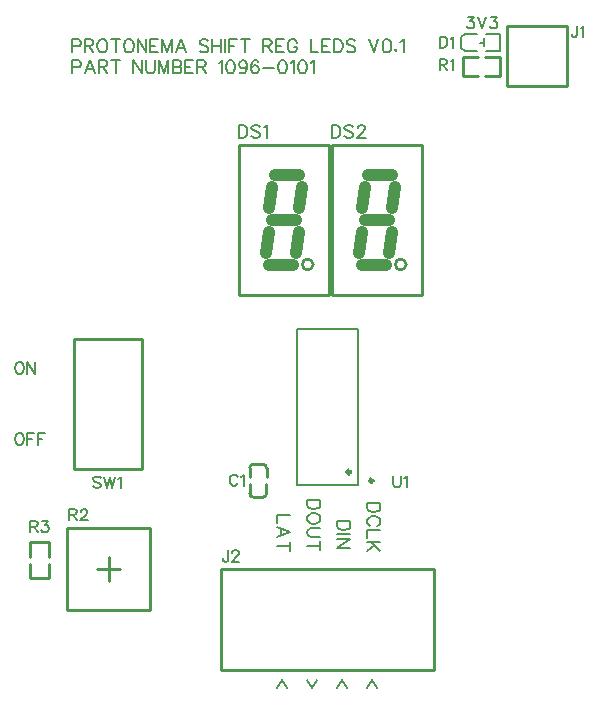
<source format=gto>
G04 Layer: TopSilkscreenLayer*
G04 Panelize: , Column: 2, Row: 2, Board Size: 58.42mm x 58.42mm, Panelized Board Size: 118.84mm x 118.84mm*
G04 EasyEDA v6.5.34, 2023-08-21 18:11:39*
G04 19270923be3647babfd756aece9be4b9,5a6b42c53f6a479593ecc07194224c93,10*
G04 Gerber Generator version 0.2*
G04 Scale: 100 percent, Rotated: No, Reflected: No *
G04 Dimensions in millimeters *
G04 leading zeros omitted , absolute positions ,4 integer and 5 decimal *
%FSLAX45Y45*%
%MOMM*%

%ADD10C,0.1524*%
%ADD11C,0.2540*%
%ADD12C,0.1500*%
%ADD13C,1.0000*%
%ADD14C,0.3000*%
%ADD15C,0.0167*%

%LPD*%
D10*
X762000Y5423915D02*
G01*
X762000Y5314950D01*
X762000Y5423915D02*
G01*
X808736Y5423915D01*
X824229Y5418836D01*
X829563Y5413502D01*
X834644Y5403087D01*
X834644Y5387594D01*
X829563Y5377179D01*
X824229Y5372100D01*
X808736Y5366765D01*
X762000Y5366765D01*
X910589Y5423915D02*
G01*
X868934Y5314950D01*
X910589Y5423915D02*
G01*
X952245Y5314950D01*
X884681Y5351271D02*
G01*
X936497Y5351271D01*
X986536Y5423915D02*
G01*
X986536Y5314950D01*
X986536Y5423915D02*
G01*
X1033271Y5423915D01*
X1048765Y5418836D01*
X1054100Y5413502D01*
X1059179Y5403087D01*
X1059179Y5392673D01*
X1054100Y5382260D01*
X1048765Y5377179D01*
X1033271Y5372100D01*
X986536Y5372100D01*
X1022857Y5372100D02*
G01*
X1059179Y5314950D01*
X1129792Y5423915D02*
G01*
X1129792Y5314950D01*
X1093470Y5423915D02*
G01*
X1166113Y5423915D01*
X1280413Y5423915D02*
G01*
X1280413Y5314950D01*
X1280413Y5423915D02*
G01*
X1353312Y5314950D01*
X1353312Y5423915D02*
G01*
X1353312Y5314950D01*
X1387602Y5423915D02*
G01*
X1387602Y5345937D01*
X1392681Y5330444D01*
X1403095Y5320029D01*
X1418589Y5314950D01*
X1429004Y5314950D01*
X1444752Y5320029D01*
X1455165Y5330444D01*
X1460245Y5345937D01*
X1460245Y5423915D01*
X1494536Y5423915D02*
G01*
X1494536Y5314950D01*
X1494536Y5423915D02*
G01*
X1536192Y5314950D01*
X1577594Y5423915D02*
G01*
X1536192Y5314950D01*
X1577594Y5423915D02*
G01*
X1577594Y5314950D01*
X1611884Y5423915D02*
G01*
X1611884Y5314950D01*
X1611884Y5423915D02*
G01*
X1658620Y5423915D01*
X1674368Y5418836D01*
X1679447Y5413502D01*
X1684781Y5403087D01*
X1684781Y5392673D01*
X1679447Y5382260D01*
X1674368Y5377179D01*
X1658620Y5372100D01*
X1611884Y5372100D02*
G01*
X1658620Y5372100D01*
X1674368Y5366765D01*
X1679447Y5361686D01*
X1684781Y5351271D01*
X1684781Y5335523D01*
X1679447Y5325110D01*
X1674368Y5320029D01*
X1658620Y5314950D01*
X1611884Y5314950D01*
X1719071Y5423915D02*
G01*
X1719071Y5314950D01*
X1719071Y5423915D02*
G01*
X1786636Y5423915D01*
X1719071Y5372100D02*
G01*
X1760473Y5372100D01*
X1719071Y5314950D02*
G01*
X1786636Y5314950D01*
X1820926Y5423915D02*
G01*
X1820926Y5314950D01*
X1820926Y5423915D02*
G01*
X1867662Y5423915D01*
X1883155Y5418836D01*
X1888489Y5413502D01*
X1893570Y5403087D01*
X1893570Y5392673D01*
X1888489Y5382260D01*
X1883155Y5377179D01*
X1867662Y5372100D01*
X1820926Y5372100D01*
X1857247Y5372100D02*
G01*
X1893570Y5314950D01*
X2007870Y5403087D02*
G01*
X2018284Y5408421D01*
X2033777Y5423915D01*
X2033777Y5314950D01*
X2099309Y5423915D02*
G01*
X2083815Y5418836D01*
X2073402Y5403087D01*
X2068068Y5377179D01*
X2068068Y5361686D01*
X2073402Y5335523D01*
X2083815Y5320029D01*
X2099309Y5314950D01*
X2109724Y5314950D01*
X2125218Y5320029D01*
X2135631Y5335523D01*
X2140965Y5361686D01*
X2140965Y5377179D01*
X2135631Y5403087D01*
X2125218Y5418836D01*
X2109724Y5423915D01*
X2099309Y5423915D01*
X2242820Y5387594D02*
G01*
X2237486Y5372100D01*
X2227072Y5361686D01*
X2211577Y5356352D01*
X2206243Y5356352D01*
X2190750Y5361686D01*
X2180336Y5372100D01*
X2175256Y5387594D01*
X2175256Y5392673D01*
X2180336Y5408421D01*
X2190750Y5418836D01*
X2206243Y5423915D01*
X2211577Y5423915D01*
X2227072Y5418836D01*
X2237486Y5408421D01*
X2242820Y5387594D01*
X2242820Y5361686D01*
X2237486Y5335523D01*
X2227072Y5320029D01*
X2211577Y5314950D01*
X2201163Y5314950D01*
X2185670Y5320029D01*
X2180336Y5330444D01*
X2339340Y5408421D02*
G01*
X2334259Y5418836D01*
X2318511Y5423915D01*
X2308097Y5423915D01*
X2292604Y5418836D01*
X2282190Y5403087D01*
X2277109Y5377179D01*
X2277109Y5351271D01*
X2282190Y5330444D01*
X2292604Y5320029D01*
X2308097Y5314950D01*
X2313431Y5314950D01*
X2328925Y5320029D01*
X2339340Y5330444D01*
X2344420Y5345937D01*
X2344420Y5351271D01*
X2339340Y5366765D01*
X2328925Y5377179D01*
X2313431Y5382260D01*
X2308097Y5382260D01*
X2292604Y5377179D01*
X2282190Y5366765D01*
X2277109Y5351271D01*
X2378709Y5361686D02*
G01*
X2472436Y5361686D01*
X2537713Y5423915D02*
G01*
X2522220Y5418836D01*
X2511806Y5403087D01*
X2506725Y5377179D01*
X2506725Y5361686D01*
X2511806Y5335523D01*
X2522220Y5320029D01*
X2537713Y5314950D01*
X2548127Y5314950D01*
X2563875Y5320029D01*
X2574290Y5335523D01*
X2579370Y5361686D01*
X2579370Y5377179D01*
X2574290Y5403087D01*
X2563875Y5418836D01*
X2548127Y5423915D01*
X2537713Y5423915D01*
X2613659Y5403087D02*
G01*
X2624074Y5408421D01*
X2639568Y5423915D01*
X2639568Y5314950D01*
X2705100Y5423915D02*
G01*
X2689606Y5418836D01*
X2679191Y5403087D01*
X2673858Y5377179D01*
X2673858Y5361686D01*
X2679191Y5335523D01*
X2689606Y5320029D01*
X2705100Y5314950D01*
X2715513Y5314950D01*
X2731008Y5320029D01*
X2741422Y5335523D01*
X2746756Y5361686D01*
X2746756Y5377179D01*
X2741422Y5403087D01*
X2731008Y5418836D01*
X2715513Y5423915D01*
X2705100Y5423915D01*
X2781045Y5403087D02*
G01*
X2791459Y5408421D01*
X2806954Y5423915D01*
X2806954Y5314950D01*
X762000Y5601715D02*
G01*
X762000Y5492750D01*
X762000Y5601715D02*
G01*
X808736Y5601715D01*
X824229Y5596636D01*
X829563Y5591302D01*
X834644Y5580887D01*
X834644Y5565394D01*
X829563Y5554979D01*
X824229Y5549900D01*
X808736Y5544565D01*
X762000Y5544565D01*
X868934Y5601715D02*
G01*
X868934Y5492750D01*
X868934Y5601715D02*
G01*
X915670Y5601715D01*
X931418Y5596636D01*
X936497Y5591302D01*
X941831Y5580887D01*
X941831Y5570473D01*
X936497Y5560060D01*
X931418Y5554979D01*
X915670Y5549900D01*
X868934Y5549900D01*
X905510Y5549900D02*
G01*
X941831Y5492750D01*
X1007110Y5601715D02*
G01*
X996950Y5596636D01*
X986536Y5586221D01*
X981202Y5575807D01*
X976121Y5560060D01*
X976121Y5534152D01*
X981202Y5518657D01*
X986536Y5508244D01*
X996950Y5497829D01*
X1007110Y5492750D01*
X1027937Y5492750D01*
X1038352Y5497829D01*
X1048765Y5508244D01*
X1054100Y5518657D01*
X1059179Y5534152D01*
X1059179Y5560060D01*
X1054100Y5575807D01*
X1048765Y5586221D01*
X1038352Y5596636D01*
X1027937Y5601715D01*
X1007110Y5601715D01*
X1129792Y5601715D02*
G01*
X1129792Y5492750D01*
X1093470Y5601715D02*
G01*
X1166113Y5601715D01*
X1231645Y5601715D02*
G01*
X1221231Y5596636D01*
X1210818Y5586221D01*
X1205737Y5575807D01*
X1200404Y5560060D01*
X1200404Y5534152D01*
X1205737Y5518657D01*
X1210818Y5508244D01*
X1221231Y5497829D01*
X1231645Y5492750D01*
X1252473Y5492750D01*
X1262887Y5497829D01*
X1273302Y5508244D01*
X1278381Y5518657D01*
X1283715Y5534152D01*
X1283715Y5560060D01*
X1278381Y5575807D01*
X1273302Y5586221D01*
X1262887Y5596636D01*
X1252473Y5601715D01*
X1231645Y5601715D01*
X1318005Y5601715D02*
G01*
X1318005Y5492750D01*
X1318005Y5601715D02*
G01*
X1390650Y5492750D01*
X1390650Y5601715D02*
G01*
X1390650Y5492750D01*
X1424939Y5601715D02*
G01*
X1424939Y5492750D01*
X1424939Y5601715D02*
G01*
X1492504Y5601715D01*
X1424939Y5549900D02*
G01*
X1466595Y5549900D01*
X1424939Y5492750D02*
G01*
X1492504Y5492750D01*
X1526794Y5601715D02*
G01*
X1526794Y5492750D01*
X1526794Y5601715D02*
G01*
X1568450Y5492750D01*
X1609852Y5601715D02*
G01*
X1568450Y5492750D01*
X1609852Y5601715D02*
G01*
X1609852Y5492750D01*
X1685797Y5601715D02*
G01*
X1644142Y5492750D01*
X1685797Y5601715D02*
G01*
X1727200Y5492750D01*
X1659889Y5529071D02*
G01*
X1711705Y5529071D01*
X1914397Y5586221D02*
G01*
X1903984Y5596636D01*
X1888489Y5601715D01*
X1867662Y5601715D01*
X1851913Y5596636D01*
X1841500Y5586221D01*
X1841500Y5575807D01*
X1846834Y5565394D01*
X1851913Y5560060D01*
X1862328Y5554979D01*
X1893570Y5544565D01*
X1903984Y5539486D01*
X1909063Y5534152D01*
X1914397Y5523737D01*
X1914397Y5508244D01*
X1903984Y5497829D01*
X1888489Y5492750D01*
X1867662Y5492750D01*
X1851913Y5497829D01*
X1841500Y5508244D01*
X1948688Y5601715D02*
G01*
X1948688Y5492750D01*
X2021331Y5601715D02*
G01*
X2021331Y5492750D01*
X1948688Y5549900D02*
G01*
X2021331Y5549900D01*
X2055622Y5601715D02*
G01*
X2055622Y5492750D01*
X2089911Y5601715D02*
G01*
X2089911Y5492750D01*
X2089911Y5601715D02*
G01*
X2157475Y5601715D01*
X2089911Y5549900D02*
G01*
X2131568Y5549900D01*
X2228088Y5601715D02*
G01*
X2228088Y5492750D01*
X2191765Y5601715D02*
G01*
X2264409Y5601715D01*
X2378709Y5601715D02*
G01*
X2378709Y5492750D01*
X2378709Y5601715D02*
G01*
X2425700Y5601715D01*
X2441193Y5596636D01*
X2446274Y5591302D01*
X2451608Y5580887D01*
X2451608Y5570473D01*
X2446274Y5560060D01*
X2441193Y5554979D01*
X2425700Y5549900D01*
X2378709Y5549900D01*
X2415286Y5549900D02*
G01*
X2451608Y5492750D01*
X2485897Y5601715D02*
G01*
X2485897Y5492750D01*
X2485897Y5601715D02*
G01*
X2553461Y5601715D01*
X2485897Y5549900D02*
G01*
X2527300Y5549900D01*
X2485897Y5492750D02*
G01*
X2553461Y5492750D01*
X2665729Y5575807D02*
G01*
X2660395Y5586221D01*
X2649981Y5596636D01*
X2639568Y5601715D01*
X2618740Y5601715D01*
X2608579Y5596636D01*
X2598165Y5586221D01*
X2592831Y5575807D01*
X2587752Y5560060D01*
X2587752Y5534152D01*
X2592831Y5518657D01*
X2598165Y5508244D01*
X2608579Y5497829D01*
X2618740Y5492750D01*
X2639568Y5492750D01*
X2649981Y5497829D01*
X2660395Y5508244D01*
X2665729Y5518657D01*
X2665729Y5534152D01*
X2639568Y5534152D02*
G01*
X2665729Y5534152D01*
X2780029Y5601715D02*
G01*
X2780029Y5492750D01*
X2780029Y5492750D02*
G01*
X2842259Y5492750D01*
X2876550Y5601715D02*
G01*
X2876550Y5492750D01*
X2876550Y5601715D02*
G01*
X2944113Y5601715D01*
X2876550Y5549900D02*
G01*
X2918206Y5549900D01*
X2876550Y5492750D02*
G01*
X2944113Y5492750D01*
X2978404Y5601715D02*
G01*
X2978404Y5492750D01*
X2978404Y5601715D02*
G01*
X3014725Y5601715D01*
X3030220Y5596636D01*
X3040634Y5586221D01*
X3045968Y5575807D01*
X3051047Y5560060D01*
X3051047Y5534152D01*
X3045968Y5518657D01*
X3040634Y5508244D01*
X3030220Y5497829D01*
X3014725Y5492750D01*
X2978404Y5492750D01*
X3158236Y5586221D02*
G01*
X3147822Y5596636D01*
X3132074Y5601715D01*
X3111500Y5601715D01*
X3095752Y5596636D01*
X3085338Y5586221D01*
X3085338Y5575807D01*
X3090672Y5565394D01*
X3095752Y5560060D01*
X3106165Y5554979D01*
X3137408Y5544565D01*
X3147822Y5539486D01*
X3152902Y5534152D01*
X3158236Y5523737D01*
X3158236Y5508244D01*
X3147822Y5497829D01*
X3132074Y5492750D01*
X3111500Y5492750D01*
X3095752Y5497829D01*
X3085338Y5508244D01*
X3272536Y5601715D02*
G01*
X3313938Y5492750D01*
X3355593Y5601715D02*
G01*
X3313938Y5492750D01*
X3421125Y5601715D02*
G01*
X3405377Y5596636D01*
X3394963Y5580887D01*
X3389884Y5554979D01*
X3389884Y5539486D01*
X3394963Y5513323D01*
X3405377Y5497829D01*
X3421125Y5492750D01*
X3431540Y5492750D01*
X3447034Y5497829D01*
X3457447Y5513323D01*
X3462527Y5539486D01*
X3462527Y5554979D01*
X3457447Y5580887D01*
X3447034Y5596636D01*
X3431540Y5601715D01*
X3421125Y5601715D01*
X3502152Y5518657D02*
G01*
X3496818Y5513323D01*
X3502152Y5508244D01*
X3507231Y5513323D01*
X3502152Y5518657D01*
X3541522Y5580887D02*
G01*
X3551936Y5586221D01*
X3567429Y5601715D01*
X3567429Y5492750D01*
X2082304Y1276474D02*
G01*
X2082304Y1203827D01*
X2077732Y1190111D01*
X2073160Y1185542D01*
X2064016Y1180967D01*
X2055126Y1180967D01*
X2045982Y1185542D01*
X2041410Y1190111D01*
X2036838Y1203827D01*
X2036838Y1212974D01*
X2116848Y1253865D02*
G01*
X2116848Y1258440D01*
X2121420Y1267327D01*
X2125992Y1271899D01*
X2135136Y1276474D01*
X2153170Y1276474D01*
X2162314Y1271899D01*
X2166886Y1267327D01*
X2171458Y1258440D01*
X2171458Y1249296D01*
X2166886Y1240149D01*
X2157742Y1226433D01*
X2112276Y1180967D01*
X2176030Y1180967D01*
X3372350Y1676397D02*
G01*
X3257796Y1676397D01*
X3372350Y1676397D02*
G01*
X3372350Y1638297D01*
X3366762Y1621787D01*
X3355840Y1610865D01*
X3344918Y1605531D01*
X3328662Y1599943D01*
X3301484Y1599943D01*
X3284974Y1605531D01*
X3274052Y1610865D01*
X3263130Y1621787D01*
X3257796Y1638297D01*
X3257796Y1676397D01*
X3344918Y1482341D02*
G01*
X3355840Y1487675D01*
X3366762Y1498597D01*
X3372350Y1509519D01*
X3372350Y1531363D01*
X3366762Y1542285D01*
X3355840Y1553207D01*
X3344918Y1558541D01*
X3328662Y1564129D01*
X3301484Y1564129D01*
X3284974Y1558541D01*
X3274052Y1553207D01*
X3263130Y1542285D01*
X3257796Y1531363D01*
X3257796Y1509519D01*
X3263130Y1498597D01*
X3274052Y1487675D01*
X3284974Y1482341D01*
X3372350Y1446273D02*
G01*
X3257796Y1446273D01*
X3257796Y1446273D02*
G01*
X3257796Y1380741D01*
X3372350Y1344673D02*
G01*
X3257796Y1344673D01*
X3372350Y1268473D02*
G01*
X3295896Y1344673D01*
X3323074Y1317495D02*
G01*
X3257796Y1268473D01*
X2610352Y1574797D02*
G01*
X2495798Y1574797D01*
X2495798Y1574797D02*
G01*
X2495798Y1509265D01*
X2610352Y1429763D02*
G01*
X2495798Y1473451D01*
X2610352Y1429763D02*
G01*
X2495798Y1386075D01*
X2533898Y1456941D02*
G01*
X2533898Y1402331D01*
X2610352Y1311907D02*
G01*
X2495798Y1311907D01*
X2610352Y1350007D02*
G01*
X2610352Y1273807D01*
X3118358Y1524000D02*
G01*
X3003804Y1524000D01*
X3118358Y1524000D02*
G01*
X3118358Y1485900D01*
X3112770Y1469389D01*
X3101847Y1458468D01*
X3090925Y1453134D01*
X3074670Y1447545D01*
X3047491Y1447545D01*
X3030981Y1453134D01*
X3020059Y1458468D01*
X3009138Y1469389D01*
X3003804Y1485900D01*
X3003804Y1524000D01*
X3118358Y1411731D02*
G01*
X3003804Y1411731D01*
X3118358Y1375663D02*
G01*
X3003804Y1375663D01*
X3118358Y1375663D02*
G01*
X3003804Y1299210D01*
X3118358Y1299210D02*
G01*
X3003804Y1299210D01*
X2864352Y1701797D02*
G01*
X2749798Y1701797D01*
X2864352Y1701797D02*
G01*
X2864352Y1663697D01*
X2858764Y1647187D01*
X2847842Y1636265D01*
X2836920Y1630931D01*
X2820664Y1625343D01*
X2793486Y1625343D01*
X2776976Y1630931D01*
X2766054Y1636265D01*
X2755132Y1647187D01*
X2749798Y1663697D01*
X2749798Y1701797D01*
X2864352Y1556763D02*
G01*
X2858764Y1567685D01*
X2847842Y1578607D01*
X2836920Y1583941D01*
X2820664Y1589529D01*
X2793486Y1589529D01*
X2776976Y1583941D01*
X2766054Y1578607D01*
X2755132Y1567685D01*
X2749798Y1556763D01*
X2749798Y1534919D01*
X2755132Y1523997D01*
X2766054Y1513075D01*
X2776976Y1507741D01*
X2793486Y1502153D01*
X2820664Y1502153D01*
X2836920Y1507741D01*
X2847842Y1513075D01*
X2858764Y1523997D01*
X2864352Y1534919D01*
X2864352Y1556763D01*
X2864352Y1466085D02*
G01*
X2782564Y1466085D01*
X2766054Y1460751D01*
X2755132Y1449829D01*
X2749798Y1433319D01*
X2749798Y1422651D01*
X2755132Y1406141D01*
X2766054Y1395219D01*
X2782564Y1389885D01*
X2864352Y1389885D01*
X2864352Y1315717D02*
G01*
X2749798Y1315717D01*
X2864352Y1353817D02*
G01*
X2864352Y1277363D01*
X2832963Y181305D02*
G01*
X2792069Y108661D01*
X2751175Y181305D01*
X3086966Y108612D02*
G01*
X3046072Y181510D01*
X3005178Y108612D01*
X3340966Y108612D02*
G01*
X3300072Y181510D01*
X3259178Y108612D01*
X2578966Y108612D02*
G01*
X2538072Y181510D01*
X2497178Y108612D01*
X5036565Y5714237D02*
G01*
X5036565Y5641594D01*
X5031993Y5627878D01*
X5027424Y5623305D01*
X5018277Y5618734D01*
X5009390Y5618734D01*
X5000243Y5623305D01*
X4995674Y5627878D01*
X4991105Y5641594D01*
X4991105Y5650737D01*
X5066540Y5696204D02*
G01*
X5075681Y5700776D01*
X5089397Y5714237D01*
X5089397Y5618734D01*
X4111243Y5790437D02*
G01*
X4161281Y5790437D01*
X4133850Y5754115D01*
X4147565Y5754115D01*
X4156709Y5749544D01*
X4161281Y5744971D01*
X4165854Y5731510D01*
X4165854Y5722365D01*
X4161281Y5708650D01*
X4152138Y5699505D01*
X4138422Y5694934D01*
X4124706Y5694934D01*
X4111243Y5699505D01*
X4106672Y5704078D01*
X4102100Y5713221D01*
X4195825Y5790437D02*
G01*
X4232147Y5694934D01*
X4268470Y5790437D02*
G01*
X4232147Y5694934D01*
X4307586Y5790437D02*
G01*
X4357624Y5790437D01*
X4330191Y5754115D01*
X4343908Y5754115D01*
X4353052Y5749544D01*
X4357624Y5744971D01*
X4362195Y5731510D01*
X4362195Y5722365D01*
X4357624Y5708650D01*
X4348479Y5699505D01*
X4334763Y5694934D01*
X4321302Y5694934D01*
X4307586Y5699505D01*
X4303013Y5704078D01*
X4298441Y5713221D01*
X1003498Y1885967D02*
G01*
X994354Y1894857D01*
X980638Y1899429D01*
X962604Y1899429D01*
X948888Y1894857D01*
X939744Y1885967D01*
X939744Y1876823D01*
X944316Y1867679D01*
X948888Y1863107D01*
X958032Y1858535D01*
X985210Y1849391D01*
X994354Y1845073D01*
X998926Y1840501D01*
X1003498Y1831357D01*
X1003498Y1817641D01*
X994354Y1808497D01*
X980638Y1803925D01*
X962604Y1803925D01*
X948888Y1808497D01*
X939744Y1817641D01*
X1033470Y1899429D02*
G01*
X1056076Y1803925D01*
X1078936Y1899429D02*
G01*
X1056076Y1803925D01*
X1078936Y1899429D02*
G01*
X1101542Y1803925D01*
X1124402Y1899429D02*
G01*
X1101542Y1803925D01*
X1154374Y1881395D02*
G01*
X1163518Y1885967D01*
X1176980Y1899429D01*
X1176980Y1803925D01*
X306575Y2867731D02*
G01*
X297685Y2863159D01*
X288541Y2854269D01*
X283969Y2845125D01*
X279397Y2831409D01*
X279397Y2808803D01*
X283969Y2795087D01*
X288541Y2785943D01*
X297685Y2776799D01*
X306575Y2772227D01*
X324863Y2772227D01*
X334007Y2776799D01*
X343151Y2785943D01*
X347469Y2795087D01*
X352041Y2808803D01*
X352041Y2831409D01*
X347469Y2845125D01*
X343151Y2854269D01*
X334007Y2863159D01*
X324863Y2867731D01*
X306575Y2867731D01*
X382013Y2867731D02*
G01*
X382013Y2772227D01*
X382013Y2867731D02*
G01*
X445767Y2772227D01*
X445767Y2867731D02*
G01*
X445767Y2772227D01*
X306575Y2267732D02*
G01*
X297685Y2263160D01*
X288541Y2254270D01*
X283969Y2245126D01*
X279397Y2231410D01*
X279397Y2208804D01*
X283969Y2195088D01*
X288541Y2185944D01*
X297685Y2176800D01*
X306575Y2172228D01*
X324863Y2172228D01*
X334007Y2176800D01*
X343151Y2185944D01*
X347469Y2195088D01*
X352041Y2208804D01*
X352041Y2231410D01*
X347469Y2245126D01*
X343151Y2254270D01*
X334007Y2263160D01*
X324863Y2267732D01*
X306575Y2267732D01*
X382013Y2267732D02*
G01*
X382013Y2172228D01*
X382013Y2267732D02*
G01*
X441195Y2267732D01*
X382013Y2222266D02*
G01*
X418589Y2222266D01*
X471167Y2267732D02*
G01*
X471167Y2172228D01*
X471167Y2267732D02*
G01*
X530349Y2267732D01*
X471167Y2222266D02*
G01*
X507489Y2222266D01*
X736600Y1624837D02*
G01*
X736600Y1529334D01*
X736600Y1624837D02*
G01*
X777494Y1624837D01*
X791210Y1620265D01*
X795781Y1615694D01*
X800354Y1606804D01*
X800354Y1597660D01*
X795781Y1588515D01*
X791210Y1583944D01*
X777494Y1579371D01*
X736600Y1579371D01*
X768350Y1579371D02*
G01*
X800354Y1529334D01*
X834897Y1602231D02*
G01*
X834897Y1606804D01*
X839215Y1615694D01*
X843787Y1620265D01*
X852931Y1624837D01*
X871220Y1624837D01*
X880110Y1620265D01*
X884681Y1615694D01*
X889254Y1606804D01*
X889254Y1597660D01*
X884681Y1588515D01*
X875792Y1574800D01*
X830326Y1529334D01*
X893826Y1529334D01*
X406407Y1523245D02*
G01*
X406407Y1427741D01*
X406407Y1523245D02*
G01*
X447301Y1523245D01*
X461017Y1518673D01*
X465589Y1514101D01*
X470161Y1505211D01*
X470161Y1496067D01*
X465589Y1486923D01*
X461017Y1482351D01*
X447301Y1477779D01*
X406407Y1477779D01*
X438157Y1477779D02*
G01*
X470161Y1427741D01*
X509023Y1523245D02*
G01*
X559061Y1523245D01*
X531886Y1486923D01*
X545599Y1486923D01*
X554489Y1482351D01*
X559061Y1477779D01*
X563636Y1464317D01*
X563636Y1455173D01*
X559061Y1441457D01*
X549917Y1432313D01*
X536455Y1427741D01*
X522739Y1427741D01*
X509023Y1432313D01*
X504705Y1436885D01*
X500136Y1446029D01*
X3479800Y1904237D02*
G01*
X3479800Y1836165D01*
X3484372Y1822450D01*
X3493515Y1813305D01*
X3506977Y1808734D01*
X3516122Y1808734D01*
X3529838Y1813305D01*
X3538981Y1822450D01*
X3543554Y1836165D01*
X3543554Y1904237D01*
X3573525Y1886204D02*
G01*
X3582415Y1890776D01*
X3596131Y1904237D01*
X3596131Y1808734D01*
X3873500Y5625337D02*
G01*
X3873500Y5529834D01*
X3873500Y5625337D02*
G01*
X3905250Y5625337D01*
X3918965Y5620765D01*
X3928109Y5611876D01*
X3932681Y5602731D01*
X3937254Y5589015D01*
X3937254Y5566410D01*
X3932681Y5552694D01*
X3928109Y5543550D01*
X3918965Y5534405D01*
X3905250Y5529834D01*
X3873500Y5529834D01*
X3967225Y5607304D02*
G01*
X3976115Y5611876D01*
X3989831Y5625337D01*
X3989831Y5529834D01*
X3873500Y5434837D02*
G01*
X3873500Y5339334D01*
X3873500Y5434837D02*
G01*
X3914393Y5434837D01*
X3928109Y5430265D01*
X3932681Y5425694D01*
X3937254Y5416804D01*
X3937254Y5407660D01*
X3932681Y5398515D01*
X3928109Y5393944D01*
X3914393Y5389371D01*
X3873500Y5389371D01*
X3905250Y5389371D02*
G01*
X3937254Y5339334D01*
X3967225Y5416804D02*
G01*
X3976115Y5421376D01*
X3989831Y5434837D01*
X3989831Y5339334D01*
X2959100Y4877815D02*
G01*
X2959100Y4768850D01*
X2959100Y4877815D02*
G01*
X2995422Y4877815D01*
X3011170Y4872736D01*
X3021329Y4862321D01*
X3026663Y4851907D01*
X3031743Y4836160D01*
X3031743Y4810252D01*
X3026663Y4794757D01*
X3021329Y4784344D01*
X3011170Y4773929D01*
X2995422Y4768850D01*
X2959100Y4768850D01*
X3138931Y4862321D02*
G01*
X3128518Y4872736D01*
X3112770Y4877815D01*
X3092195Y4877815D01*
X3076447Y4872736D01*
X3066034Y4862321D01*
X3066034Y4851907D01*
X3071368Y4841494D01*
X3076447Y4836160D01*
X3086861Y4831079D01*
X3118104Y4820665D01*
X3128518Y4815586D01*
X3133597Y4810252D01*
X3138931Y4799837D01*
X3138931Y4784344D01*
X3128518Y4773929D01*
X3112770Y4768850D01*
X3092195Y4768850D01*
X3076447Y4773929D01*
X3066034Y4784344D01*
X3178302Y4851907D02*
G01*
X3178302Y4856987D01*
X3183636Y4867402D01*
X3188715Y4872736D01*
X3199129Y4877815D01*
X3219958Y4877815D01*
X3230372Y4872736D01*
X3235452Y4867402D01*
X3240786Y4856987D01*
X3240786Y4846573D01*
X3235452Y4836160D01*
X3225038Y4820665D01*
X3173222Y4768850D01*
X3245865Y4768850D01*
X2171700Y4877815D02*
G01*
X2171700Y4768850D01*
X2171700Y4877815D02*
G01*
X2208022Y4877815D01*
X2223770Y4872736D01*
X2233929Y4862321D01*
X2239263Y4851907D01*
X2244343Y4836160D01*
X2244343Y4810252D01*
X2239263Y4794757D01*
X2233929Y4784344D01*
X2223770Y4773929D01*
X2208022Y4768850D01*
X2171700Y4768850D01*
X2351531Y4862321D02*
G01*
X2341118Y4872736D01*
X2325370Y4877815D01*
X2304795Y4877815D01*
X2289047Y4872736D01*
X2278634Y4862321D01*
X2278634Y4851907D01*
X2283968Y4841494D01*
X2289047Y4836160D01*
X2299461Y4831079D01*
X2330704Y4820665D01*
X2341118Y4815586D01*
X2346197Y4810252D01*
X2351531Y4799837D01*
X2351531Y4784344D01*
X2341118Y4773929D01*
X2325370Y4768850D01*
X2304795Y4768850D01*
X2289047Y4773929D01*
X2278634Y4784344D01*
X2385822Y4856987D02*
G01*
X2396236Y4862321D01*
X2411729Y4877815D01*
X2411729Y4768850D01*
X2163556Y1894337D02*
G01*
X2159238Y1903481D01*
X2150094Y1912371D01*
X2140950Y1916943D01*
X2122662Y1916943D01*
X2113772Y1912371D01*
X2104628Y1903481D01*
X2100056Y1894337D01*
X2095484Y1880621D01*
X2095484Y1858015D01*
X2100056Y1844299D01*
X2104628Y1835155D01*
X2113772Y1826011D01*
X2122662Y1821439D01*
X2140950Y1821439D01*
X2150094Y1826011D01*
X2159238Y1835155D01*
X2163556Y1844299D01*
X2193782Y1898909D02*
G01*
X2202672Y1903481D01*
X2216388Y1916943D01*
X2216388Y1821439D01*
D11*
X1070797Y1217597D02*
G01*
X1070797Y1017597D01*
X970798Y1117597D02*
G01*
X1170797Y1117597D01*
X720798Y1467584D02*
G01*
X1420797Y1467584D01*
X1420797Y767585D01*
X720798Y767585D01*
X720798Y1467584D01*
X563112Y1038735D02*
G01*
X403108Y1038735D01*
X562602Y1348793D02*
G01*
X402597Y1348793D01*
X403108Y1163731D02*
G01*
X403108Y1038735D01*
X563112Y1163731D02*
G01*
X563112Y1038735D01*
X402597Y1223789D02*
G01*
X402597Y1348793D01*
X562602Y1223789D02*
G01*
X562602Y1348793D01*
D10*
X3178134Y1831560D02*
G01*
X2663855Y1831560D01*
X2663855Y3146803D01*
X3178134Y3146803D01*
X3178134Y1831560D01*
D12*
X4246100Y5575523D02*
G01*
X4212099Y5575523D01*
X4054093Y5540296D02*
G01*
X4054093Y5530293D01*
X4084088Y5500291D01*
X4269094Y5650298D02*
G01*
X4384095Y5650298D01*
X4269094Y5500291D02*
G01*
X4384095Y5500291D01*
X4189095Y5650298D02*
G01*
X4084088Y5650298D01*
X4189095Y5500291D02*
G01*
X4084088Y5500291D01*
X4384095Y5650285D02*
G01*
X4384095Y5502295D01*
X4054093Y5610288D02*
G01*
X4054093Y5540296D01*
X4054093Y5610288D02*
G01*
X4054093Y5620303D01*
X4084088Y5650298D01*
X4246100Y5610296D02*
G01*
X4246100Y5542297D01*
D11*
X4074038Y5291587D02*
G01*
X4074038Y5451591D01*
X4384095Y5292097D02*
G01*
X4384095Y5452102D01*
X4199034Y5451591D02*
G01*
X4074038Y5451591D01*
X4199034Y5291587D02*
G01*
X4074038Y5291587D01*
X4259092Y5452102D02*
G01*
X4384095Y5452102D01*
X4259092Y5292097D02*
G01*
X4384095Y5292097D01*
X2959087Y4711682D02*
G01*
X3721087Y4711682D01*
X3721087Y4711682D02*
G01*
X3721087Y3441682D01*
X3721087Y3441682D02*
G01*
X2959087Y3441682D01*
X2959087Y3441682D02*
G01*
X2959087Y4711682D01*
D13*
X3238487Y4076682D02*
G01*
X3441687Y4076682D01*
X3263887Y4457682D02*
G01*
X3467087Y4457682D01*
X3213087Y3695682D02*
G01*
X3416287Y3695682D01*
X3238487Y4356082D02*
G01*
X3213087Y4178282D01*
X3492487Y4356082D02*
G01*
X3467087Y4178282D01*
X3213087Y3975082D02*
G01*
X3187687Y3797282D01*
X3467087Y3975082D02*
G01*
X3441687Y3797282D01*
D11*
X2171689Y4711682D02*
G01*
X2933687Y4711682D01*
X2933687Y4711682D02*
G01*
X2933687Y3441682D01*
X2933687Y3441682D02*
G01*
X2171689Y3441682D01*
X2171689Y3441682D02*
G01*
X2171689Y4711682D01*
D13*
X2451087Y4076682D02*
G01*
X2654287Y4076682D01*
X2476487Y4457682D02*
G01*
X2679687Y4457682D01*
X2425687Y3695682D02*
G01*
X2628887Y3695682D01*
X2451087Y4356082D02*
G01*
X2425687Y4178282D01*
X2705087Y4356082D02*
G01*
X2679687Y4178282D01*
X2425687Y3975082D02*
G01*
X2400287Y3797282D01*
X2679687Y3975082D02*
G01*
X2654287Y3797282D01*
D11*
X2296817Y2005898D02*
G01*
X2376820Y2005898D01*
X2265832Y1894923D02*
G01*
X2265832Y1974921D01*
X2407798Y1894923D02*
G01*
X2407798Y1974921D01*
X2265250Y1837334D02*
G01*
X2265250Y1757334D01*
X2296233Y1726351D02*
G01*
X2376230Y1726351D01*
X2407211Y1837334D02*
G01*
X2407211Y1757334D01*
G75*
G01*
X2296234Y1726347D02*
G02*
X2265251Y1757329I0J30982D01*
G75*
G01*
X2407216Y1757329D02*
G02*
X2376231Y1726347I-30983J0D01*
G75*
G01*
X2265832Y1974916D02*
G02*
X2296818Y2005899I30983J0D01*
G75*
G01*
X2376815Y2005899D02*
G02*
X2407798Y1974916I0J-30983D01*
D14*
G75*
G01
X3117901Y1939188D02*
G03X3117901Y1939188I-15011J0D01*
G75*
G01
X3309061Y1865935D02*
G03X3309061Y1865935I-15011J0D01*
D11*
G75*
G01
X3589096Y3695700D02*
G03X3589096Y3695700I-45796J0D01*
G75*
G01
X2801696Y3695700D02*
G03X2801696Y3695700I-45796J0D01*
X2022729Y1114399D02*
G01*
X3822725Y1114399D01*
X3822725Y264388D01*
X2022729Y264388D01*
X2022729Y1114399D01*
X4445000Y5715000D02*
G01*
X4953000Y5715000D01*
X4953000Y5207000D01*
X4445000Y5207000D01*
X4445000Y5715000D01*
X779297Y3064637D02*
G01*
X1354302Y3064637D01*
X1354302Y1964639D01*
X779297Y1964639D01*
X779297Y3064637D01*
M02*

</source>
